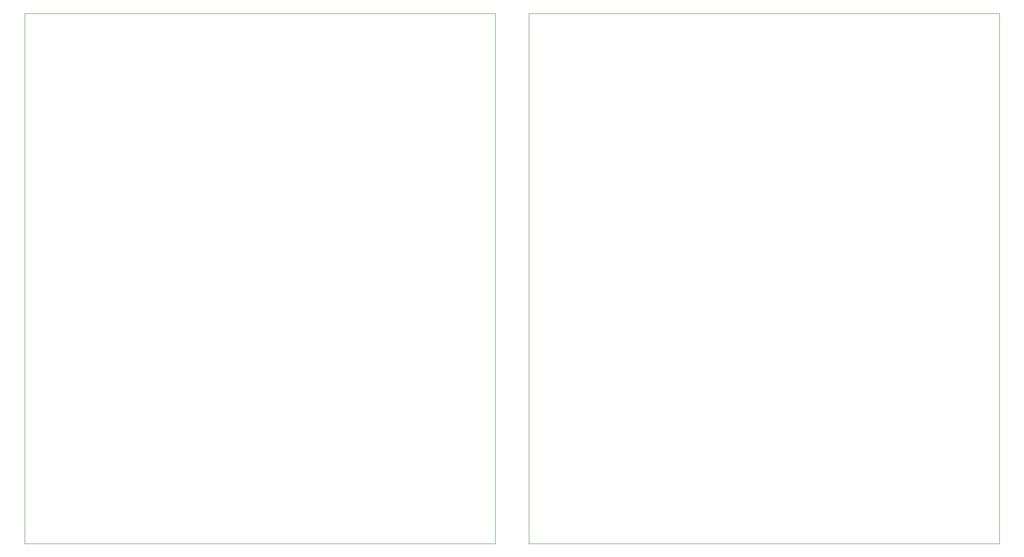
<source format=gbr>
%TF.GenerationSoftware,KiCad,Pcbnew,(5.1.6)-1*%
%TF.CreationDate,2020-08-25T11:29:03-06:00*%
%TF.ProjectId,Sensores,53656e73-6f72-4657-932e-6b696361645f,rev?*%
%TF.SameCoordinates,Original*%
%TF.FileFunction,Profile,NP*%
%FSLAX46Y46*%
G04 Gerber Fmt 4.6, Leading zero omitted, Abs format (unit mm)*
G04 Created by KiCad (PCBNEW (5.1.6)-1) date 2020-08-25 11:29:03*
%MOMM*%
%LPD*%
G01*
G04 APERTURE LIST*
%TA.AperFunction,Profile*%
%ADD10C,0.100000*%
%TD*%
G04 APERTURE END LIST*
D10*
X86360000Y-38100000D02*
X86360000Y-138430000D01*
X175260000Y-138430000D02*
X86360000Y-138430000D01*
X175260000Y-38100000D02*
X86360000Y-38100000D01*
X175260000Y-38100000D02*
X175260000Y-138430000D01*
X270510000Y-38100000D02*
X270510000Y-138430000D01*
X181610000Y-38100000D02*
X181610000Y-138430000D01*
X270510000Y-38100000D02*
X181610000Y-38100000D01*
X270510000Y-138430000D02*
X181610000Y-138430000D01*
M02*

</source>
